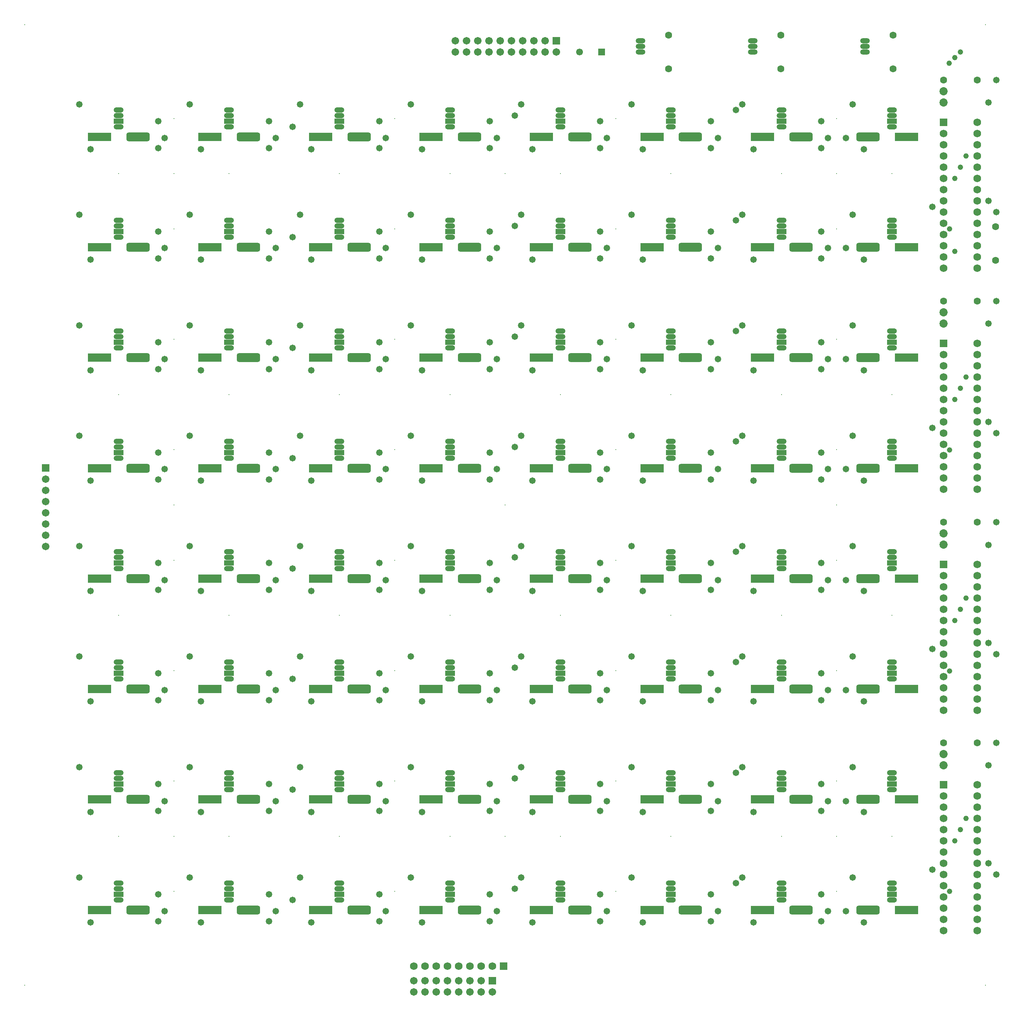
<source format=gts>
%FSAX24Y24*%
%MOIN*%
G70*
G01*
G75*
G04 Layer_Color=8388736*
%ADD10R,0.2000X0.0700*%
G04:AMPARAMS|DCode=11|XSize=200mil|YSize=70mil|CornerRadius=17.5mil|HoleSize=0mil|Usage=FLASHONLY|Rotation=0.000|XOffset=0mil|YOffset=0mil|HoleType=Round|Shape=RoundedRectangle|*
%AMROUNDEDRECTD11*
21,1,0.2000,0.0350,0,0,0.0*
21,1,0.1650,0.0700,0,0,0.0*
1,1,0.0350,0.0825,-0.0175*
1,1,0.0350,-0.0825,-0.0175*
1,1,0.0350,-0.0825,0.0175*
1,1,0.0350,0.0825,0.0175*
%
%ADD11ROUNDEDRECTD11*%
%ADD12C,0.0500*%
%ADD13C,0.0300*%
%ADD14C,0.0200*%
%ADD15C,0.0650*%
%ADD16C,0.0551*%
%ADD17C,0.0600*%
%ADD18R,0.0600X0.0600*%
%ADD19C,0.0591*%
%ADD20R,0.0591X0.0591*%
%ADD21R,0.0600X0.0600*%
%ADD22O,0.0787X0.0394*%
%ADD23O,0.0787X0.0394*%
%ADD24R,0.0591X0.0591*%
%ADD25C,0.0500*%
%ADD26O,0.0800X0.0400*%
%ADD27R,0.0800X0.0400*%
%ADD28R,0.0532X0.0532*%
%ADD29C,0.0532*%
%ADD30C,0.0400*%
%ADD31R,0.0098X0.0098*%
%ADD32C,0.0100*%
%ADD33C,0.0079*%
%ADD34C,0.0118*%
%ADD35C,0.0197*%
%ADD36C,0.0080*%
%ADD37C,0.0059*%
%ADD38R,0.2080X0.0780*%
G04:AMPARAMS|DCode=39|XSize=208mil|YSize=78mil|CornerRadius=19.5mil|HoleSize=0mil|Usage=FLASHONLY|Rotation=0.000|XOffset=0mil|YOffset=0mil|HoleType=Round|Shape=RoundedRectangle|*
%AMROUNDEDRECTD39*
21,1,0.2080,0.0390,0,0,0.0*
21,1,0.1690,0.0780,0,0,0.0*
1,1,0.0390,0.0845,-0.0195*
1,1,0.0390,-0.0845,-0.0195*
1,1,0.0390,-0.0845,0.0195*
1,1,0.0390,0.0845,0.0195*
%
%ADD39ROUNDEDRECTD39*%
%ADD40C,0.0730*%
%ADD41C,0.0631*%
%ADD42C,0.0680*%
%ADD43R,0.0680X0.0680*%
%ADD44C,0.0671*%
%ADD45R,0.0671X0.0671*%
%ADD46R,0.0680X0.0680*%
%ADD47O,0.0867X0.0474*%
%ADD48O,0.0867X0.0474*%
%ADD49R,0.0671X0.0671*%
%ADD50C,0.0080*%
%ADD51C,0.0580*%
%ADD52O,0.0880X0.0480*%
%ADD53R,0.0880X0.0480*%
%ADD54R,0.0612X0.0612*%
%ADD55C,0.0612*%
%ADD56C,0.0480*%
D38*
X026310Y035610D02*
D03*
X036153D02*
D03*
X045995D02*
D03*
X055838D02*
D03*
X065680D02*
D03*
X075523D02*
D03*
X085365D02*
D03*
X026310Y045453D02*
D03*
X036153D02*
D03*
X045995D02*
D03*
X055838D02*
D03*
X065680D02*
D03*
X075523D02*
D03*
X085365D02*
D03*
X098190D02*
D03*
X026310Y055295D02*
D03*
X036153D02*
D03*
X045995D02*
D03*
X055838D02*
D03*
X065680D02*
D03*
X075523D02*
D03*
X085365D02*
D03*
X098190Y055295D02*
D03*
X026310Y065138D02*
D03*
X036153D02*
D03*
X045995D02*
D03*
X055838D02*
D03*
X065680D02*
D03*
X075523D02*
D03*
X085365D02*
D03*
X098190Y065138D02*
D03*
X026310Y074980D02*
D03*
X036153D02*
D03*
X045995D02*
D03*
X055838D02*
D03*
X065680D02*
D03*
X075523D02*
D03*
X085365D02*
D03*
X098190Y074980D02*
D03*
X026310Y084823D02*
D03*
X036153D02*
D03*
X045995D02*
D03*
X055838D02*
D03*
X065680D02*
D03*
X075523D02*
D03*
X085365D02*
D03*
X098190Y084823D02*
D03*
X026310Y094665D02*
D03*
X036153D02*
D03*
X045995D02*
D03*
X055838D02*
D03*
X065680D02*
D03*
X075523D02*
D03*
X085365D02*
D03*
X098190Y094665D02*
D03*
X026310Y104508D02*
D03*
X036153D02*
D03*
X045995D02*
D03*
X055838D02*
D03*
X065680D02*
D03*
X075523D02*
D03*
X085365D02*
D03*
X098190Y104508D02*
D03*
Y035610D02*
D03*
D39*
X029740D02*
D03*
X039583D02*
D03*
X049425D02*
D03*
X059268D02*
D03*
X069110D02*
D03*
X078953D02*
D03*
X088795D02*
D03*
X029740Y045453D02*
D03*
X039583D02*
D03*
X049425D02*
D03*
X059268D02*
D03*
X069110D02*
D03*
X078953D02*
D03*
X088795D02*
D03*
X094760D02*
D03*
X029740Y055295D02*
D03*
X039583D02*
D03*
X049425D02*
D03*
X059268D02*
D03*
X069110D02*
D03*
X078953D02*
D03*
X088795D02*
D03*
X094760Y055295D02*
D03*
X029740Y065138D02*
D03*
X039583D02*
D03*
X049425D02*
D03*
X059268D02*
D03*
X069110D02*
D03*
X078953D02*
D03*
X088795D02*
D03*
X094760Y065138D02*
D03*
X029740Y074980D02*
D03*
X039583D02*
D03*
X049425D02*
D03*
X059268D02*
D03*
X069110D02*
D03*
X078953D02*
D03*
X088795D02*
D03*
X094760Y074980D02*
D03*
X029740Y084823D02*
D03*
X039583D02*
D03*
X049425D02*
D03*
X059268D02*
D03*
X069110D02*
D03*
X078953D02*
D03*
X088795D02*
D03*
X094760Y084823D02*
D03*
X029740Y094665D02*
D03*
X039583D02*
D03*
X049425D02*
D03*
X059268D02*
D03*
X069110D02*
D03*
X078953D02*
D03*
X088795D02*
D03*
X094760Y094665D02*
D03*
X029740Y104508D02*
D03*
X039583D02*
D03*
X049425D02*
D03*
X059268D02*
D03*
X069110D02*
D03*
X078953D02*
D03*
X088795D02*
D03*
X094760Y104508D02*
D03*
Y035610D02*
D03*
D40*
X101500Y048500D02*
D03*
Y049500D02*
D03*
Y068150D02*
D03*
Y069150D02*
D03*
Y087850D02*
D03*
Y088850D02*
D03*
Y107550D02*
D03*
Y108550D02*
D03*
D41*
X106150Y096500D02*
D03*
Y093500D02*
D03*
X104500Y109550D02*
D03*
X101500D02*
D03*
X104500Y089850D02*
D03*
X101500D02*
D03*
X104500Y070150D02*
D03*
X101500D02*
D03*
X104500Y050500D02*
D03*
X101500D02*
D03*
X097000Y113550D02*
D03*
Y110550D02*
D03*
X087000Y113550D02*
D03*
Y110550D02*
D03*
X077000Y113550D02*
D03*
Y110550D02*
D03*
D42*
X054300Y030600D02*
D03*
X055300D02*
D03*
X056300D02*
D03*
X057300D02*
D03*
X058300D02*
D03*
X059300D02*
D03*
X060300D02*
D03*
X061300D02*
D03*
X101500Y104800D02*
D03*
Y103800D02*
D03*
Y102800D02*
D03*
Y101800D02*
D03*
Y100800D02*
D03*
Y099800D02*
D03*
Y098800D02*
D03*
Y097800D02*
D03*
Y096800D02*
D03*
Y095800D02*
D03*
Y094800D02*
D03*
Y093800D02*
D03*
Y092800D02*
D03*
X104500Y105800D02*
D03*
Y104800D02*
D03*
Y103800D02*
D03*
Y102800D02*
D03*
Y101800D02*
D03*
Y100800D02*
D03*
Y099800D02*
D03*
Y098800D02*
D03*
Y097800D02*
D03*
Y096800D02*
D03*
Y095800D02*
D03*
Y094800D02*
D03*
Y093800D02*
D03*
Y092800D02*
D03*
X101500Y085100D02*
D03*
Y084100D02*
D03*
Y083100D02*
D03*
Y082100D02*
D03*
Y081100D02*
D03*
Y080100D02*
D03*
Y079100D02*
D03*
Y078100D02*
D03*
Y077100D02*
D03*
Y076100D02*
D03*
Y075100D02*
D03*
Y074100D02*
D03*
Y073100D02*
D03*
X104500Y086100D02*
D03*
Y085100D02*
D03*
Y084100D02*
D03*
Y083100D02*
D03*
Y082100D02*
D03*
Y081100D02*
D03*
Y080100D02*
D03*
Y079100D02*
D03*
Y078100D02*
D03*
Y077100D02*
D03*
Y076100D02*
D03*
Y075100D02*
D03*
Y074100D02*
D03*
Y073100D02*
D03*
X101500Y065400D02*
D03*
Y064400D02*
D03*
Y063400D02*
D03*
Y062400D02*
D03*
Y061400D02*
D03*
Y060400D02*
D03*
Y059400D02*
D03*
Y058400D02*
D03*
Y057400D02*
D03*
Y056400D02*
D03*
Y055400D02*
D03*
Y054400D02*
D03*
Y053400D02*
D03*
X104500Y066400D02*
D03*
Y065400D02*
D03*
Y064400D02*
D03*
Y063400D02*
D03*
Y062400D02*
D03*
Y061400D02*
D03*
Y060400D02*
D03*
Y059400D02*
D03*
Y058400D02*
D03*
Y057400D02*
D03*
Y056400D02*
D03*
Y055400D02*
D03*
Y054400D02*
D03*
Y053400D02*
D03*
X101500Y045750D02*
D03*
Y044750D02*
D03*
Y043750D02*
D03*
Y042750D02*
D03*
Y041750D02*
D03*
Y040750D02*
D03*
Y039750D02*
D03*
Y038750D02*
D03*
Y037750D02*
D03*
Y036750D02*
D03*
Y035750D02*
D03*
Y034750D02*
D03*
Y033750D02*
D03*
X104500Y046750D02*
D03*
Y045750D02*
D03*
Y044750D02*
D03*
Y043750D02*
D03*
Y042750D02*
D03*
Y041750D02*
D03*
Y040750D02*
D03*
Y039750D02*
D03*
Y038750D02*
D03*
Y037750D02*
D03*
Y036750D02*
D03*
Y035750D02*
D03*
Y034750D02*
D03*
Y033750D02*
D03*
D43*
X062300Y030600D02*
D03*
D44*
X021500Y068000D02*
D03*
Y069000D02*
D03*
Y070000D02*
D03*
Y071000D02*
D03*
Y072000D02*
D03*
Y073000D02*
D03*
Y074000D02*
D03*
X066000Y113050D02*
D03*
X065000D02*
D03*
X064000D02*
D03*
X063000D02*
D03*
X062000D02*
D03*
X061000D02*
D03*
X060000D02*
D03*
X059000D02*
D03*
X058000D02*
D03*
X067000Y112050D02*
D03*
X066000D02*
D03*
X065000D02*
D03*
X064000D02*
D03*
X063000D02*
D03*
X062000D02*
D03*
X061000D02*
D03*
X060000D02*
D03*
X059000D02*
D03*
X058000D02*
D03*
X060300Y029300D02*
D03*
X059300D02*
D03*
X058300D02*
D03*
X057300D02*
D03*
X056300D02*
D03*
X055300D02*
D03*
X054300D02*
D03*
X061300Y028300D02*
D03*
X060300D02*
D03*
X059300D02*
D03*
X058300D02*
D03*
X057300D02*
D03*
X056300D02*
D03*
X055300D02*
D03*
X054300D02*
D03*
D45*
X021500Y075000D02*
D03*
D46*
X101500Y105800D02*
D03*
Y086100D02*
D03*
Y066400D02*
D03*
Y046750D02*
D03*
D47*
X094500Y113050D02*
D03*
Y112050D02*
D03*
X084500Y113050D02*
D03*
Y112050D02*
D03*
X074500Y113050D02*
D03*
Y112050D02*
D03*
D48*
X094500Y112550D02*
D03*
X084500D02*
D03*
X074500D02*
D03*
D49*
X067000Y113050D02*
D03*
X061300Y029300D02*
D03*
D50*
X032921Y037250D02*
D03*
X091976D02*
D03*
X072291D02*
D03*
X052606D02*
D03*
X091976Y047093D02*
D03*
X072291D02*
D03*
X052606D02*
D03*
X032921D02*
D03*
X091976Y056935D02*
D03*
X072291D02*
D03*
X052606D02*
D03*
X032921D02*
D03*
X091976Y066778D02*
D03*
X072291D02*
D03*
X052606D02*
D03*
X032921D02*
D03*
X091976Y076620D02*
D03*
X072291D02*
D03*
X052606D02*
D03*
X032921D02*
D03*
X091976Y086463D02*
D03*
X072291D02*
D03*
X052606D02*
D03*
X032921D02*
D03*
X091976Y096305D02*
D03*
X072291D02*
D03*
X052606D02*
D03*
X032921D02*
D03*
X091976Y106148D02*
D03*
X072291D02*
D03*
X052606D02*
D03*
X032921D02*
D03*
X096898Y042171D02*
D03*
X077213D02*
D03*
X057528D02*
D03*
X037843D02*
D03*
X047685Y042170D02*
D03*
X067370D02*
D03*
X087055D02*
D03*
X096898Y061856D02*
D03*
X077213D02*
D03*
X057528D02*
D03*
X047685D02*
D03*
X037843D02*
D03*
X028000D02*
D03*
X067370Y061855D02*
D03*
X087055D02*
D03*
X096898Y081541D02*
D03*
X077213D02*
D03*
X057528D02*
D03*
X047685D02*
D03*
X037843D02*
D03*
X028000D02*
D03*
X067370Y081540D02*
D03*
X087055D02*
D03*
X096898Y101226D02*
D03*
X077213D02*
D03*
X057528D02*
D03*
X047685D02*
D03*
X037843D02*
D03*
X028000D02*
D03*
X067370Y101225D02*
D03*
X087055D02*
D03*
X028000Y042171D02*
D03*
X032921D02*
D03*
X091976D02*
D03*
X062449D02*
D03*
X091976Y071699D02*
D03*
X062449D02*
D03*
X032921D02*
D03*
X091976Y101226D02*
D03*
X062449D02*
D03*
X032921D02*
D03*
X019649Y028899D02*
D03*
X105249D02*
D03*
Y114499D02*
D03*
X019649D02*
D03*
D51*
X025500Y034500D02*
D03*
X035343D02*
D03*
X045185D02*
D03*
X055028D02*
D03*
X064870D02*
D03*
X074713D02*
D03*
X084555D02*
D03*
X094398D02*
D03*
X025500Y044343D02*
D03*
X035343D02*
D03*
X045185D02*
D03*
X055028D02*
D03*
X064870D02*
D03*
X074713D02*
D03*
X084555D02*
D03*
X094398D02*
D03*
X025500Y054185D02*
D03*
X035343D02*
D03*
X045185D02*
D03*
X055028D02*
D03*
X064870D02*
D03*
X074713D02*
D03*
X084555D02*
D03*
X094398D02*
D03*
X025500Y064028D02*
D03*
X035343D02*
D03*
X045185D02*
D03*
X055028D02*
D03*
X064870D02*
D03*
X074713D02*
D03*
X084555D02*
D03*
X094398D02*
D03*
X025500Y073870D02*
D03*
X035343D02*
D03*
X045185D02*
D03*
X055028D02*
D03*
X064870D02*
D03*
X074713D02*
D03*
X084555D02*
D03*
X094398D02*
D03*
X025500Y083713D02*
D03*
X035343D02*
D03*
X045185D02*
D03*
X055028D02*
D03*
X064870D02*
D03*
X074713D02*
D03*
X084555D02*
D03*
X094398D02*
D03*
X025500Y093555D02*
D03*
X035343D02*
D03*
X045185D02*
D03*
X055028D02*
D03*
X064870D02*
D03*
X074713D02*
D03*
X084555D02*
D03*
X094398D02*
D03*
X025500Y103398D02*
D03*
X035343D02*
D03*
X045185D02*
D03*
X055028D02*
D03*
X064870D02*
D03*
X074713D02*
D03*
X084555D02*
D03*
X094398D02*
D03*
X061072Y037000D02*
D03*
X100500Y058850D02*
D03*
Y039200D02*
D03*
Y078550D02*
D03*
Y098250D02*
D03*
X106200Y050500D02*
D03*
Y038750D02*
D03*
X105500Y059400D02*
D03*
X106200Y070150D02*
D03*
Y058400D02*
D03*
Y089850D02*
D03*
Y078100D02*
D03*
Y097800D02*
D03*
Y109550D02*
D03*
X105500Y039750D02*
D03*
Y048500D02*
D03*
Y068140D02*
D03*
Y079100D02*
D03*
Y087850D02*
D03*
Y107550D02*
D03*
Y098800D02*
D03*
X083000Y038000D02*
D03*
Y047843D02*
D03*
Y057685D02*
D03*
Y067528D02*
D03*
Y077370D02*
D03*
Y087213D02*
D03*
Y097055D02*
D03*
Y106898D02*
D03*
X063309Y037500D02*
D03*
Y047343D02*
D03*
Y057185D02*
D03*
Y067028D02*
D03*
Y076870D02*
D03*
Y086713D02*
D03*
Y096555D02*
D03*
Y106398D02*
D03*
X043500Y105398D02*
D03*
Y095555D02*
D03*
Y085713D02*
D03*
Y075870D02*
D03*
Y066028D02*
D03*
Y056185D02*
D03*
Y046343D02*
D03*
Y036500D02*
D03*
X092800Y035500D02*
D03*
Y045300D02*
D03*
Y055200D02*
D03*
Y065000D02*
D03*
Y074900D02*
D03*
Y084700D02*
D03*
Y094600D02*
D03*
Y104400D02*
D03*
X071500Y094600D02*
D03*
Y084700D02*
D03*
Y065000D02*
D03*
Y055200D02*
D03*
Y104400D02*
D03*
Y074900D02*
D03*
Y045300D02*
D03*
Y035500D02*
D03*
X042000D02*
D03*
X051796D02*
D03*
Y055200D02*
D03*
X091200Y035500D02*
D03*
Y104400D02*
D03*
Y094600D02*
D03*
Y084700D02*
D03*
Y074900D02*
D03*
Y065000D02*
D03*
Y055200D02*
D03*
Y045300D02*
D03*
X081400Y035500D02*
D03*
Y104400D02*
D03*
Y094600D02*
D03*
Y084700D02*
D03*
Y074900D02*
D03*
Y065000D02*
D03*
Y055200D02*
D03*
Y045300D02*
D03*
X061700Y035500D02*
D03*
Y104400D02*
D03*
Y094600D02*
D03*
Y084700D02*
D03*
Y074900D02*
D03*
Y065000D02*
D03*
Y055200D02*
D03*
Y045300D02*
D03*
X051800Y104400D02*
D03*
Y094600D02*
D03*
Y084700D02*
D03*
Y074900D02*
D03*
Y065000D02*
D03*
Y045300D02*
D03*
X042000Y104400D02*
D03*
Y094600D02*
D03*
Y084700D02*
D03*
Y074900D02*
D03*
Y065000D02*
D03*
Y055200D02*
D03*
Y045300D02*
D03*
X032100D02*
D03*
Y055200D02*
D03*
Y065000D02*
D03*
Y074900D02*
D03*
Y084700D02*
D03*
Y094600D02*
D03*
Y104400D02*
D03*
Y035500D02*
D03*
X024500Y038500D02*
D03*
X034343D02*
D03*
X044185D02*
D03*
X054028D02*
D03*
X063870D02*
D03*
X073713D02*
D03*
X083555D02*
D03*
X093398D02*
D03*
X024500Y048343D02*
D03*
X034343D02*
D03*
X044185D02*
D03*
X054028D02*
D03*
X063870D02*
D03*
X073713D02*
D03*
X083555D02*
D03*
X093398D02*
D03*
X024500Y058185D02*
D03*
X034343D02*
D03*
X044185D02*
D03*
X054028D02*
D03*
X063870D02*
D03*
X073713D02*
D03*
X083555D02*
D03*
X093398D02*
D03*
X024500Y068028D02*
D03*
X034343D02*
D03*
X044185D02*
D03*
X054028D02*
D03*
X063870D02*
D03*
X073713D02*
D03*
X083555D02*
D03*
X093398D02*
D03*
X024500Y077870D02*
D03*
X034343D02*
D03*
X044185D02*
D03*
X054028D02*
D03*
X063870D02*
D03*
X073713D02*
D03*
X083555D02*
D03*
X093398D02*
D03*
X024500Y087713D02*
D03*
X034343D02*
D03*
X044185D02*
D03*
X054028D02*
D03*
X063870D02*
D03*
X073713D02*
D03*
X083555D02*
D03*
X093398D02*
D03*
X024500Y097555D02*
D03*
X034343D02*
D03*
X044185D02*
D03*
X054028D02*
D03*
X063870D02*
D03*
X073713D02*
D03*
X083555D02*
D03*
X093398D02*
D03*
X024500Y107398D02*
D03*
X034343D02*
D03*
X044185D02*
D03*
X054028D02*
D03*
X063870D02*
D03*
X073713D02*
D03*
X083555D02*
D03*
X093398D02*
D03*
X090600Y105898D02*
D03*
Y103500D02*
D03*
X080757D02*
D03*
Y105898D02*
D03*
X070915Y103500D02*
D03*
Y105898D02*
D03*
X061072Y103500D02*
D03*
Y105898D02*
D03*
X051230Y103500D02*
D03*
Y105898D02*
D03*
X041387Y103500D02*
D03*
Y105898D02*
D03*
X031545Y103500D02*
D03*
Y105898D02*
D03*
Y093658D02*
D03*
Y096055D02*
D03*
X041387Y093658D02*
D03*
Y096055D02*
D03*
X051230Y093658D02*
D03*
Y096055D02*
D03*
X061072Y093658D02*
D03*
Y096055D02*
D03*
X070915Y093658D02*
D03*
Y096055D02*
D03*
X080757Y093658D02*
D03*
Y096055D02*
D03*
X090600Y093658D02*
D03*
Y096055D02*
D03*
Y083815D02*
D03*
Y086213D02*
D03*
X080757Y083815D02*
D03*
Y086213D02*
D03*
X070915Y083815D02*
D03*
Y086213D02*
D03*
X061072Y083815D02*
D03*
Y086213D02*
D03*
X051230Y083815D02*
D03*
Y086213D02*
D03*
X041387Y083815D02*
D03*
Y086213D02*
D03*
X031545Y083815D02*
D03*
Y086213D02*
D03*
Y073972D02*
D03*
Y076370D02*
D03*
X041387Y073972D02*
D03*
Y076370D02*
D03*
X051230Y073972D02*
D03*
Y076370D02*
D03*
X061072Y073972D02*
D03*
Y076370D02*
D03*
X070915Y073972D02*
D03*
Y076370D02*
D03*
X080757Y073972D02*
D03*
Y076370D02*
D03*
X090600Y073972D02*
D03*
Y076370D02*
D03*
Y064130D02*
D03*
Y066528D02*
D03*
X080757Y064130D02*
D03*
Y066528D02*
D03*
X070915Y064130D02*
D03*
Y066528D02*
D03*
X061072Y064130D02*
D03*
Y066528D02*
D03*
X051230Y064130D02*
D03*
Y066528D02*
D03*
X041387Y064130D02*
D03*
Y066528D02*
D03*
X031545Y064130D02*
D03*
Y066528D02*
D03*
Y054287D02*
D03*
Y056685D02*
D03*
X041387Y054287D02*
D03*
Y056685D02*
D03*
X051230Y054287D02*
D03*
Y056685D02*
D03*
X061072Y054287D02*
D03*
Y056685D02*
D03*
X070915Y054287D02*
D03*
Y056685D02*
D03*
X080757Y054287D02*
D03*
Y056685D02*
D03*
X090600Y054287D02*
D03*
Y056685D02*
D03*
Y044445D02*
D03*
Y046843D02*
D03*
X080757Y044445D02*
D03*
Y046843D02*
D03*
X070915Y044445D02*
D03*
Y046843D02*
D03*
X061072D02*
D03*
Y044445D02*
D03*
X051230Y046843D02*
D03*
Y044445D02*
D03*
X041387Y046843D02*
D03*
Y044445D02*
D03*
X031545Y046843D02*
D03*
Y044445D02*
D03*
Y037000D02*
D03*
Y034602D02*
D03*
X041387Y037000D02*
D03*
Y034602D02*
D03*
X051230D02*
D03*
X061072D02*
D03*
X070915Y037000D02*
D03*
Y034602D02*
D03*
X080757Y037000D02*
D03*
Y034602D02*
D03*
X090600Y037000D02*
D03*
Y034602D02*
D03*
X051230Y037000D02*
D03*
D52*
X028000Y036500D02*
D03*
Y037500D02*
D03*
Y038000D02*
D03*
X037843D02*
D03*
Y037500D02*
D03*
Y036500D02*
D03*
X047685D02*
D03*
Y037500D02*
D03*
Y038000D02*
D03*
X057528D02*
D03*
Y037500D02*
D03*
Y036500D02*
D03*
X067370D02*
D03*
Y037500D02*
D03*
Y038000D02*
D03*
X077213D02*
D03*
Y037500D02*
D03*
Y036500D02*
D03*
X087055D02*
D03*
Y037500D02*
D03*
Y038000D02*
D03*
X096898D02*
D03*
Y037500D02*
D03*
Y036500D02*
D03*
X028000Y046343D02*
D03*
Y047343D02*
D03*
Y047843D02*
D03*
X037843D02*
D03*
Y047343D02*
D03*
Y046343D02*
D03*
X047685D02*
D03*
Y047343D02*
D03*
Y047843D02*
D03*
X057528D02*
D03*
Y047343D02*
D03*
Y046343D02*
D03*
X067370D02*
D03*
Y047343D02*
D03*
Y047843D02*
D03*
X077213D02*
D03*
Y047343D02*
D03*
Y046343D02*
D03*
X087055D02*
D03*
Y047343D02*
D03*
Y047843D02*
D03*
X096898D02*
D03*
Y047343D02*
D03*
Y046343D02*
D03*
X028000Y056185D02*
D03*
Y057185D02*
D03*
Y057685D02*
D03*
X037843D02*
D03*
Y057185D02*
D03*
Y056185D02*
D03*
X047685D02*
D03*
Y057185D02*
D03*
Y057685D02*
D03*
X057528D02*
D03*
Y057185D02*
D03*
Y056185D02*
D03*
X067370D02*
D03*
Y057185D02*
D03*
Y057685D02*
D03*
X077213D02*
D03*
Y057185D02*
D03*
Y056185D02*
D03*
X087055D02*
D03*
Y057185D02*
D03*
Y057685D02*
D03*
X096898D02*
D03*
Y057185D02*
D03*
Y056185D02*
D03*
X028000Y066028D02*
D03*
Y067028D02*
D03*
Y067528D02*
D03*
X037843D02*
D03*
Y067028D02*
D03*
Y066028D02*
D03*
X047685D02*
D03*
Y067028D02*
D03*
Y067528D02*
D03*
X057528D02*
D03*
Y067028D02*
D03*
Y066028D02*
D03*
X067370D02*
D03*
Y067028D02*
D03*
Y067528D02*
D03*
X077213D02*
D03*
Y067028D02*
D03*
Y066028D02*
D03*
X087055D02*
D03*
Y067028D02*
D03*
Y067528D02*
D03*
X096898D02*
D03*
Y067028D02*
D03*
Y066028D02*
D03*
X028000Y075870D02*
D03*
Y076870D02*
D03*
Y077370D02*
D03*
X037843D02*
D03*
Y076870D02*
D03*
Y075870D02*
D03*
X047685D02*
D03*
Y076870D02*
D03*
Y077370D02*
D03*
X057528D02*
D03*
Y076870D02*
D03*
Y075870D02*
D03*
X067370D02*
D03*
Y076870D02*
D03*
Y077370D02*
D03*
X077213D02*
D03*
Y076870D02*
D03*
Y075870D02*
D03*
X087055D02*
D03*
Y076870D02*
D03*
Y077370D02*
D03*
X096898D02*
D03*
Y076870D02*
D03*
Y075870D02*
D03*
X028000Y085713D02*
D03*
Y086713D02*
D03*
Y087213D02*
D03*
X037843D02*
D03*
Y086713D02*
D03*
Y085713D02*
D03*
X047685D02*
D03*
Y086713D02*
D03*
Y087213D02*
D03*
X057528D02*
D03*
Y086713D02*
D03*
Y085713D02*
D03*
X067370D02*
D03*
Y086713D02*
D03*
Y087213D02*
D03*
X077213D02*
D03*
Y086713D02*
D03*
Y085713D02*
D03*
X087055D02*
D03*
Y086713D02*
D03*
Y087213D02*
D03*
X096898D02*
D03*
Y086713D02*
D03*
Y085713D02*
D03*
X028000Y095555D02*
D03*
Y096555D02*
D03*
Y097055D02*
D03*
X037843D02*
D03*
Y096555D02*
D03*
Y095555D02*
D03*
X047685D02*
D03*
Y096555D02*
D03*
Y097055D02*
D03*
X057528D02*
D03*
Y096555D02*
D03*
Y095555D02*
D03*
X067370D02*
D03*
Y096555D02*
D03*
Y097055D02*
D03*
X077213D02*
D03*
Y096555D02*
D03*
Y095555D02*
D03*
X087055D02*
D03*
Y096555D02*
D03*
Y097055D02*
D03*
X096898D02*
D03*
Y096555D02*
D03*
Y095555D02*
D03*
X028000Y105398D02*
D03*
Y106398D02*
D03*
Y106898D02*
D03*
X037843D02*
D03*
Y106398D02*
D03*
Y105398D02*
D03*
X047685D02*
D03*
Y106398D02*
D03*
Y106898D02*
D03*
X057528D02*
D03*
Y106398D02*
D03*
Y105398D02*
D03*
X067370D02*
D03*
Y106398D02*
D03*
Y106898D02*
D03*
X077213D02*
D03*
Y106398D02*
D03*
Y105398D02*
D03*
X087055D02*
D03*
Y106398D02*
D03*
Y106898D02*
D03*
X096898D02*
D03*
Y106398D02*
D03*
Y105398D02*
D03*
D53*
X028000Y037000D02*
D03*
X037843D02*
D03*
X047685D02*
D03*
X057528D02*
D03*
X067370D02*
D03*
X077213D02*
D03*
X087055D02*
D03*
X096898D02*
D03*
X028000Y046843D02*
D03*
X037843D02*
D03*
X047685D02*
D03*
X057528D02*
D03*
X067370D02*
D03*
X077213D02*
D03*
X087055D02*
D03*
X096898D02*
D03*
X028000Y056685D02*
D03*
X037843D02*
D03*
X047685D02*
D03*
X057528D02*
D03*
X067370D02*
D03*
X077213D02*
D03*
X087055D02*
D03*
X096898D02*
D03*
X028000Y066528D02*
D03*
X037843D02*
D03*
X047685D02*
D03*
X057528D02*
D03*
X067370D02*
D03*
X077213D02*
D03*
X087055D02*
D03*
X096898D02*
D03*
X028000Y076370D02*
D03*
X037843D02*
D03*
X047685D02*
D03*
X057528D02*
D03*
X067370D02*
D03*
X077213D02*
D03*
X087055D02*
D03*
X096898D02*
D03*
X028000Y086213D02*
D03*
X037843D02*
D03*
X047685D02*
D03*
X057528D02*
D03*
X067370D02*
D03*
X077213D02*
D03*
X087055D02*
D03*
X096898D02*
D03*
X028000Y096055D02*
D03*
X037843D02*
D03*
X047685D02*
D03*
X057528D02*
D03*
X067370D02*
D03*
X077213D02*
D03*
X087055D02*
D03*
X096898D02*
D03*
X028000Y105898D02*
D03*
X037843D02*
D03*
X047685D02*
D03*
X057528D02*
D03*
X067370D02*
D03*
X077213D02*
D03*
X087055D02*
D03*
X096898D02*
D03*
D54*
X071034Y112050D02*
D03*
D55*
X069066Y112050D02*
D03*
D56*
X102500Y094300D02*
D03*
X103500Y043750D02*
D03*
X102025Y037250D02*
D03*
X103000Y042750D02*
D03*
X102500Y041750D02*
D03*
X103500Y063400D02*
D03*
X102025Y056900D02*
D03*
X103000Y062400D02*
D03*
X102500Y061400D02*
D03*
X103500Y083100D02*
D03*
X102025Y076600D02*
D03*
X103000Y082100D02*
D03*
X102500Y081100D02*
D03*
X103500Y102800D02*
D03*
X102025Y096300D02*
D03*
X103000Y101800D02*
D03*
X102500Y100800D02*
D03*
X102000Y111050D02*
D03*
X102500Y111550D02*
D03*
X103000Y112050D02*
D03*
M02*

</source>
